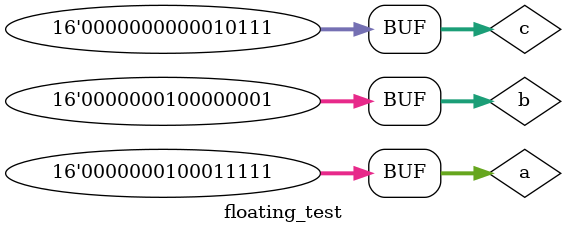
<source format=v>
`timescale 1ns / 1ps


module floating_test;

	// Inputs
	reg [15:0] a;
	reg [15:0] b;
	reg [15:0] c;

	// Outputs
	wire [31:0] out;

	// Instantiate the Unit Under Test (UUT)
	floating_point uut (
		.a(a), 
		.b(b), 
		.c(c), 
		.out(out)
	);

	initial begin
		// Initialize Inputs
		a = 0;
		b = 0;
		c = 0;

		// Wait 100 ns for global reset to finish
		#100;
		
		a = 2_87;
		b = 2_57;
		c = 0_23;
        
		// Add stimulus here

	end
      
endmodule


</source>
